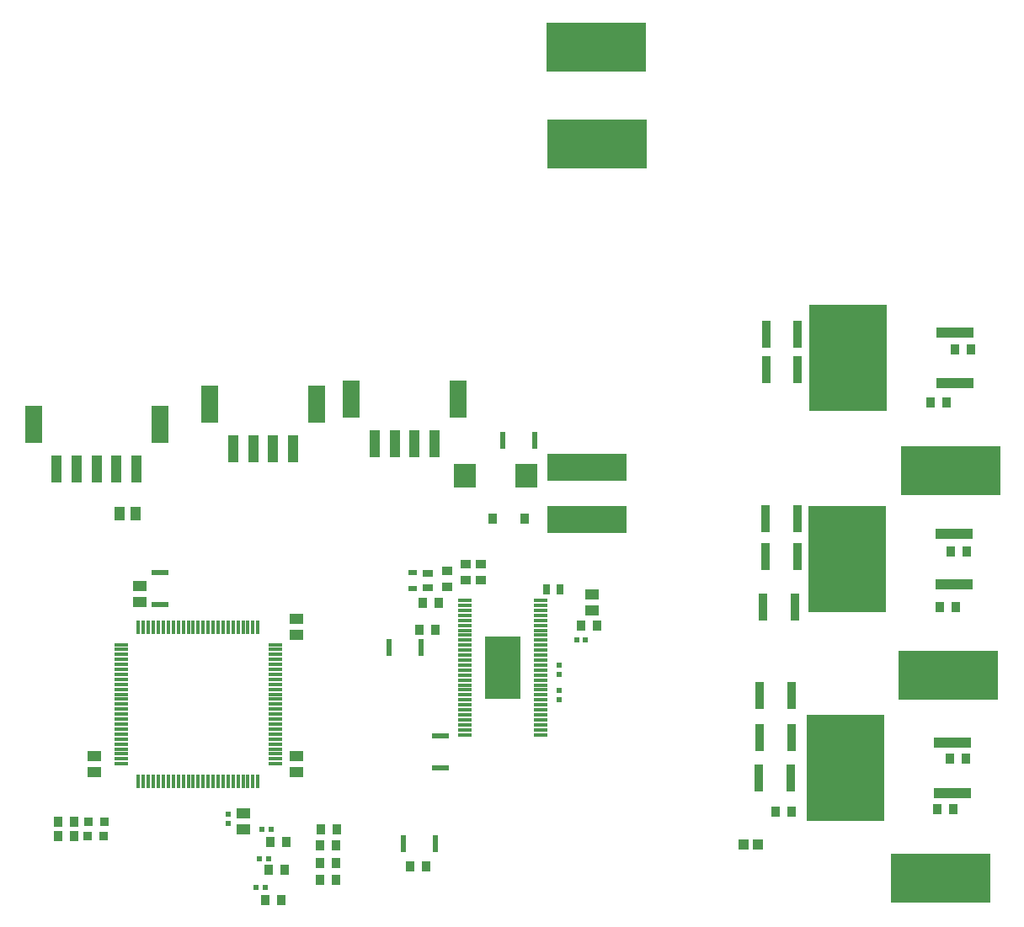
<source format=gbr>
G04 #@! TF.GenerationSoftware,KiCad,Pcbnew,5.0.2+dfsg1-1*
G04 #@! TF.CreationDate,2019-09-30T17:17:48-04:00*
G04 #@! TF.ProjectId,DSC_motor_controller,4453435f-6d6f-4746-9f72-5f636f6e7472,rev?*
G04 #@! TF.SameCoordinates,Original*
G04 #@! TF.FileFunction,Paste,Top*
G04 #@! TF.FilePolarity,Positive*
%FSLAX46Y46*%
G04 Gerber Fmt 4.6, Leading zero omitted, Abs format (unit mm)*
G04 Created by KiCad (PCBNEW 5.0.2+dfsg1-1) date Mon 30 Sep 2019 05:17:48 PM EDT*
%MOMM*%
%LPD*%
G01*
G04 APERTURE LIST*
%ADD10R,3.800000X1.050000*%
%ADD11R,7.900000X10.750000*%
%ADD12R,1.000000X2.700000*%
%ADD13R,1.800000X3.800000*%
%ADD14R,0.810000X2.820000*%
%ADD15R,0.620000X1.820000*%
%ADD16R,1.100000X1.470000*%
%ADD17R,1.470000X1.100000*%
%ADD18R,10.000000X5.000000*%
%ADD19R,0.900000X1.000000*%
%ADD20R,0.600000X0.620000*%
%ADD21R,0.620000X0.600000*%
%ADD22R,0.980000X0.780000*%
%ADD23R,0.780000X0.980000*%
%ADD24R,0.940000X0.540000*%
%ADD25R,1.820000X0.620000*%
%ADD26R,2.300000X2.450000*%
%ADD27R,1.000000X0.900000*%
%ADD28R,8.000000X2.700000*%
%ADD29R,0.920000X1.080000*%
%ADD30R,1.000000X1.000000*%
%ADD31R,0.300000X1.475000*%
%ADD32R,1.475000X0.300000*%
%ADD33R,3.610000X6.350000*%
%ADD34R,0.900000X0.950000*%
G04 APERTURE END LIST*
D10*
G04 #@! TO.C,Q3*
X152997000Y-160020000D03*
X152997000Y-154940000D03*
D11*
X142247000Y-157480000D03*
G04 #@! TD*
D12*
G04 #@! TO.C,RECV1*
X94790000Y-145896000D03*
X96790000Y-145896000D03*
X98790000Y-145896000D03*
X100790000Y-145896000D03*
D13*
X92440000Y-141446000D03*
X103140000Y-141446000D03*
G04 #@! TD*
D14*
G04 #@! TO.C,C7*
X134036000Y-157226000D03*
X137236000Y-157226000D03*
G04 #@! TD*
D15*
G04 #@! TO.C,C25*
X96190000Y-166370000D03*
X99390000Y-166370000D03*
G04 #@! TD*
D16*
G04 #@! TO.C,C46*
X69088000Y-152908000D03*
X70708000Y-152908000D03*
G04 #@! TD*
D17*
G04 #@! TO.C,C30*
X116586000Y-162656000D03*
X116586000Y-161036000D03*
G04 #@! TD*
G04 #@! TO.C,C45*
X66548000Y-177292000D03*
X66548000Y-178912000D03*
G04 #@! TD*
G04 #@! TO.C,C44*
X71120000Y-160226000D03*
X71120000Y-161846000D03*
G04 #@! TD*
G04 #@! TO.C,C43*
X86868000Y-165148000D03*
X86868000Y-163528000D03*
G04 #@! TD*
G04 #@! TO.C,C42*
X86868000Y-177292000D03*
X86868000Y-178912000D03*
G04 #@! TD*
G04 #@! TO.C,C41*
X81534000Y-184706000D03*
X81534000Y-183086000D03*
G04 #@! TD*
D11*
G04 #@! TO.C,Q5*
X142113000Y-178498500D03*
D10*
X152863000Y-175958500D03*
X152863000Y-181038500D03*
G04 #@! TD*
D11*
G04 #@! TO.C,Q1*
X142374000Y-137287000D03*
D10*
X153124000Y-134747000D03*
X153124000Y-139827000D03*
G04 #@! TD*
D18*
G04 #@! TO.C,P5*
X117157500Y-115760500D03*
G04 #@! TD*
D19*
G04 #@! TO.C,R26*
X153086000Y-136398000D03*
X154686000Y-136398000D03*
G04 #@! TD*
G04 #@! TO.C,R25*
X90932000Y-184658000D03*
X89332000Y-184658000D03*
G04 #@! TD*
D18*
G04 #@! TO.C,P1*
X152654000Y-148590000D03*
G04 #@! TD*
D14*
G04 #@! TO.C,C33*
X133452000Y-171196000D03*
X136652000Y-171196000D03*
G04 #@! TD*
G04 #@! TO.C,C32*
X133782000Y-162306000D03*
X136982000Y-162306000D03*
G04 #@! TD*
G04 #@! TO.C,C9*
X133401000Y-179514500D03*
X136601000Y-179514500D03*
G04 #@! TD*
G04 #@! TO.C,C8*
X133452000Y-175450500D03*
X136652000Y-175450500D03*
G04 #@! TD*
G04 #@! TO.C,C6*
X134036000Y-153416000D03*
X137236000Y-153416000D03*
G04 #@! TD*
G04 #@! TO.C,C5*
X137312000Y-138430000D03*
X134112000Y-138430000D03*
G04 #@! TD*
G04 #@! TO.C,C4*
X137312000Y-134874000D03*
X134112000Y-134874000D03*
G04 #@! TD*
D20*
G04 #@! TO.C,C29*
X115982000Y-165608000D03*
X115062000Y-165608000D03*
G04 #@! TD*
D21*
G04 #@! TO.C,C28*
X113284000Y-169068000D03*
X113284000Y-168148000D03*
G04 #@! TD*
G04 #@! TO.C,C27*
X113284000Y-171608000D03*
X113284000Y-170688000D03*
G04 #@! TD*
D22*
G04 #@! TO.C,C20*
X100076000Y-158939000D03*
X100076000Y-160339000D03*
G04 #@! TD*
D23*
G04 #@! TO.C,C31*
X112014000Y-160528000D03*
X113414000Y-160528000D03*
G04 #@! TD*
D24*
G04 #@! TO.C,C19*
X98615500Y-158839000D03*
X98615500Y-160439000D03*
G04 #@! TD*
D15*
G04 #@! TO.C,C26*
X107620000Y-145542000D03*
X110820000Y-145542000D03*
G04 #@! TD*
D25*
G04 #@! TO.C,C22*
X101346000Y-178460000D03*
X101346000Y-175260000D03*
G04 #@! TD*
D26*
G04 #@! TO.C,C34*
X103834000Y-149098000D03*
X110034000Y-149098000D03*
G04 #@! TD*
D19*
G04 #@! TO.C,R23*
X90906500Y-188087000D03*
X89306500Y-188087000D03*
G04 #@! TD*
G04 #@! TO.C,R18*
X99619000Y-161861500D03*
X101219000Y-161861500D03*
G04 #@! TD*
D27*
G04 #@! TO.C,R17*
X105410000Y-157988000D03*
X105410000Y-159588000D03*
G04 #@! TD*
G04 #@! TO.C,R16*
X103886000Y-159588000D03*
X103886000Y-157988000D03*
G04 #@! TD*
D19*
G04 #@! TO.C,R20*
X115494000Y-164211000D03*
X117094000Y-164211000D03*
G04 #@! TD*
G04 #@! TO.C,R21*
X100876000Y-164592000D03*
X99276000Y-164592000D03*
G04 #@! TD*
G04 #@! TO.C,R22*
X90843000Y-186309000D03*
X89243000Y-186309000D03*
G04 #@! TD*
D27*
G04 #@! TO.C,R19*
X102044500Y-160312000D03*
X102044500Y-158712000D03*
G04 #@! TD*
D19*
G04 #@! TO.C,R27*
X152654000Y-156718000D03*
X154254000Y-156718000D03*
G04 #@! TD*
G04 #@! TO.C,R28*
X152616000Y-177546000D03*
X154216000Y-177546000D03*
G04 #@! TD*
G04 #@! TO.C,R29*
X136690000Y-182880000D03*
X135090000Y-182880000D03*
G04 #@! TD*
G04 #@! TO.C,R24*
X90906500Y-189738000D03*
X89306500Y-189738000D03*
G04 #@! TD*
D28*
G04 #@! TO.C,L1*
X116078000Y-148226000D03*
X116078000Y-153526000D03*
G04 #@! TD*
D29*
G04 #@! TO.C,D1*
X106604000Y-153416000D03*
X109804000Y-153416000D03*
G04 #@! TD*
D21*
G04 #@! TO.C,C35*
X80010000Y-184054000D03*
X80010000Y-183134000D03*
G04 #@! TD*
D20*
G04 #@! TO.C,C12*
X83408000Y-184658000D03*
X84328000Y-184658000D03*
G04 #@! TD*
G04 #@! TO.C,C11*
X83169500Y-187655200D03*
X84089500Y-187655200D03*
G04 #@! TD*
G04 #@! TO.C,C10*
X82852000Y-190500000D03*
X83772000Y-190500000D03*
G04 #@! TD*
D12*
G04 #@! TO.C,SWD1*
X62802000Y-148430000D03*
X64802000Y-148430000D03*
X66802000Y-148430000D03*
X68802000Y-148430000D03*
X70802000Y-148430000D03*
D13*
X60452000Y-143980000D03*
X73152000Y-143980000D03*
G04 #@! TD*
D30*
G04 #@! TO.C,RTEMP1*
X131826000Y-186182000D03*
X133326000Y-186182000D03*
G04 #@! TD*
D19*
G04 #@! TO.C,R15*
X98323500Y-188404500D03*
X99923500Y-188404500D03*
G04 #@! TD*
G04 #@! TO.C,R14*
X84252000Y-185928000D03*
X85852000Y-185928000D03*
G04 #@! TD*
G04 #@! TO.C,R13*
X84099500Y-188722000D03*
X85699500Y-188722000D03*
G04 #@! TD*
G04 #@! TO.C,R12*
X83744000Y-191770000D03*
X85344000Y-191770000D03*
G04 #@! TD*
G04 #@! TO.C,R7*
X151308000Y-182626000D03*
X152908000Y-182626000D03*
G04 #@! TD*
G04 #@! TO.C,R5*
X153200000Y-162306000D03*
X151600000Y-162306000D03*
G04 #@! TD*
G04 #@! TO.C,R3*
X152222000Y-141732000D03*
X150622000Y-141732000D03*
G04 #@! TD*
G04 #@! TO.C,R2*
X64516000Y-185359108D03*
X62916000Y-185359108D03*
G04 #@! TD*
G04 #@! TO.C,R1*
X64516000Y-183896000D03*
X62916000Y-183896000D03*
G04 #@! TD*
D18*
G04 #@! TO.C,P4*
X117030500Y-105981500D03*
G04 #@! TD*
G04 #@! TO.C,P3*
X151701500Y-189611000D03*
G04 #@! TD*
G04 #@! TO.C,P2*
X152400000Y-169164000D03*
G04 #@! TD*
D31*
G04 #@! TO.C,DSC1*
X71025500Y-179823000D03*
X71525500Y-179823000D03*
X72025500Y-179823000D03*
X72525500Y-179823000D03*
X73025500Y-179823000D03*
X73525500Y-179823000D03*
X74025500Y-179823000D03*
X74525500Y-179823000D03*
X75025500Y-179823000D03*
X75525500Y-179823000D03*
X76025500Y-179823000D03*
X76525500Y-179823000D03*
X77025500Y-179823000D03*
X77525500Y-179823000D03*
X78025500Y-179823000D03*
X78525500Y-179823000D03*
X79025500Y-179823000D03*
X79525500Y-179823000D03*
X80025500Y-179823000D03*
X80525500Y-179823000D03*
X81025500Y-179823000D03*
X81525500Y-179823000D03*
X82025500Y-179823000D03*
X82525500Y-179823000D03*
X83025500Y-179823000D03*
D32*
X84763500Y-178085000D03*
X84763500Y-177585000D03*
X84763500Y-177085000D03*
X84763500Y-176585000D03*
X84763500Y-176085000D03*
X84763500Y-175585000D03*
X84763500Y-175085000D03*
X84763500Y-174585000D03*
X84763500Y-174085000D03*
X84763500Y-173585000D03*
X84763500Y-173085000D03*
X84763500Y-172585000D03*
X84763500Y-172085000D03*
X84763500Y-171585000D03*
X84763500Y-171085000D03*
X84763500Y-170585000D03*
X84763500Y-170085000D03*
X84763500Y-169585000D03*
X84763500Y-169085000D03*
X84763500Y-168585000D03*
X84763500Y-168085000D03*
X84763500Y-167585000D03*
X84763500Y-167085000D03*
X84763500Y-166585000D03*
X84763500Y-166085000D03*
D31*
X83025500Y-164347000D03*
X82525500Y-164347000D03*
X82025500Y-164347000D03*
X81525500Y-164347000D03*
X81025500Y-164347000D03*
X80525500Y-164347000D03*
X80025500Y-164347000D03*
X79525500Y-164347000D03*
X79025500Y-164347000D03*
X78525500Y-164347000D03*
X78025500Y-164347000D03*
X77525500Y-164347000D03*
X77025500Y-164347000D03*
X76525500Y-164347000D03*
X76025500Y-164347000D03*
X75525500Y-164347000D03*
X75025500Y-164347000D03*
X74525500Y-164347000D03*
X74025500Y-164347000D03*
X73525500Y-164347000D03*
X73025500Y-164347000D03*
X72525500Y-164347000D03*
X72025500Y-164347000D03*
X71525500Y-164347000D03*
X71025500Y-164347000D03*
D32*
X69287500Y-166085000D03*
X69287500Y-166585000D03*
X69287500Y-167085000D03*
X69287500Y-167585000D03*
X69287500Y-168085000D03*
X69287500Y-168585000D03*
X69287500Y-169085000D03*
X69287500Y-169585000D03*
X69287500Y-170085000D03*
X69287500Y-170585000D03*
X69287500Y-171085000D03*
X69287500Y-171585000D03*
X69287500Y-172085000D03*
X69287500Y-172585000D03*
X69287500Y-173085000D03*
X69287500Y-173585000D03*
X69287500Y-174085000D03*
X69287500Y-174585000D03*
X69287500Y-175085000D03*
X69287500Y-175585000D03*
X69287500Y-176085000D03*
X69287500Y-176585000D03*
X69287500Y-177085000D03*
X69287500Y-177585000D03*
X69287500Y-178085000D03*
G04 #@! TD*
G04 #@! TO.C,DRV1*
X103864327Y-161652000D03*
X103864327Y-162152000D03*
X103864327Y-162652000D03*
X103864327Y-163152000D03*
X103864327Y-163652000D03*
X103864327Y-164152000D03*
X103864327Y-164652000D03*
X103864327Y-165152000D03*
X103864327Y-165652000D03*
X103864327Y-166152000D03*
X103864327Y-166652000D03*
X103864327Y-167152000D03*
X103864327Y-167652000D03*
X103864327Y-168152000D03*
X103864327Y-168652000D03*
X103864327Y-169152000D03*
X103864327Y-169652000D03*
X103864327Y-170152000D03*
X103864327Y-170652000D03*
X103864327Y-171152000D03*
X103864327Y-171652000D03*
X103864327Y-172152000D03*
X103864327Y-172652000D03*
X103864327Y-173152000D03*
X103864327Y-173652000D03*
X103864327Y-174152000D03*
X103864327Y-174652000D03*
X103864327Y-175152000D03*
X111440327Y-175152000D03*
X111440327Y-174652000D03*
X111440327Y-174152000D03*
X111440327Y-173652000D03*
X111440327Y-173152000D03*
X111440327Y-172652000D03*
X111440327Y-172152000D03*
X111440327Y-171652000D03*
X111440327Y-171152000D03*
X111440327Y-170652000D03*
X111440327Y-170152000D03*
X111440327Y-169652000D03*
X111440327Y-169152000D03*
X111440327Y-168652000D03*
X111440327Y-168152000D03*
X111440327Y-167652000D03*
X111440327Y-167152000D03*
X111440327Y-166652000D03*
X111440327Y-166152000D03*
X111440327Y-165652000D03*
X111440327Y-165152000D03*
X111440327Y-164652000D03*
X111440327Y-164152000D03*
X111440327Y-163652000D03*
X111440327Y-163152000D03*
X111440327Y-162652000D03*
X111440327Y-162152000D03*
X111440327Y-161652000D03*
D33*
X107652327Y-168402000D03*
G04 #@! TD*
D34*
G04 #@! TO.C,D3*
X67523497Y-185359108D03*
X65923497Y-185359108D03*
G04 #@! TD*
G04 #@! TO.C,D2*
X67564000Y-183896000D03*
X65964000Y-183896000D03*
G04 #@! TD*
D25*
G04 #@! TO.C,C37*
X73152000Y-158852000D03*
X73152000Y-162052000D03*
G04 #@! TD*
D15*
G04 #@! TO.C,C16*
X97650500Y-186118500D03*
X100850500Y-186118500D03*
G04 #@! TD*
D12*
G04 #@! TO.C,BUSCNT1*
X80566000Y-146404000D03*
X82566000Y-146404000D03*
X84566000Y-146404000D03*
X86566000Y-146404000D03*
D13*
X78216000Y-141954000D03*
X88916000Y-141954000D03*
G04 #@! TD*
M02*

</source>
